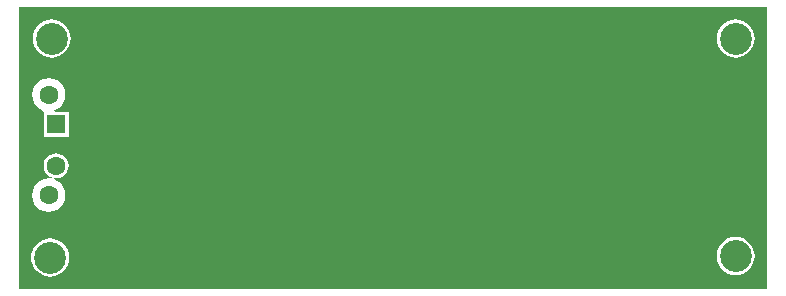
<source format=gbl>
G04*
G04 #@! TF.GenerationSoftware,Altium Limited,Altium Designer,20.0.9 (164)*
G04*
G04 Layer_Physical_Order=2*
G04 Layer_Color=16711680*
%FSLAX25Y25*%
%MOIN*%
G70*
G01*
G75*
%ADD24C,0.10630*%
%ADD25R,0.06299X0.06299*%
%ADD26C,0.06299*%
%ADD27C,0.02362*%
%ADD28C,0.01968*%
%ADD29R,1.87347X0.14000*%
G36*
X250971Y1529D02*
X1529D01*
Y95471D01*
X250971D01*
Y1529D01*
D02*
G37*
%LPC*%
G36*
X240500Y91346D02*
X239262Y91224D01*
X238072Y90863D01*
X236975Y90276D01*
X236013Y89487D01*
X235224Y88525D01*
X234637Y87428D01*
X234276Y86238D01*
X234155Y85000D01*
X234276Y83762D01*
X234637Y82572D01*
X235224Y81475D01*
X236013Y80513D01*
X236975Y79724D01*
X238072Y79137D01*
X239262Y78776D01*
X240500Y78654D01*
X241738Y78776D01*
X242928Y79137D01*
X244025Y79724D01*
X244987Y80513D01*
X245776Y81475D01*
X246362Y82572D01*
X246724Y83762D01*
X246846Y85000D01*
X246724Y86238D01*
X246362Y87428D01*
X245776Y88525D01*
X244987Y89487D01*
X244025Y90276D01*
X242928Y90863D01*
X241738Y91224D01*
X240500Y91346D01*
D02*
G37*
G36*
X12500D02*
X11262Y91224D01*
X10072Y90863D01*
X8975Y90276D01*
X8013Y89487D01*
X7224Y88525D01*
X6638Y87428D01*
X6276Y86238D01*
X6154Y85000D01*
X6276Y83762D01*
X6638Y82572D01*
X7224Y81475D01*
X8013Y80513D01*
X8975Y79724D01*
X10072Y79137D01*
X11262Y78776D01*
X12500Y78654D01*
X13738Y78776D01*
X14928Y79137D01*
X16025Y79724D01*
X16987Y80513D01*
X17776Y81475D01*
X18362Y82572D01*
X18724Y83762D01*
X18846Y85000D01*
X18724Y86238D01*
X18362Y87428D01*
X17776Y88525D01*
X16987Y89487D01*
X16025Y90276D01*
X14928Y90863D01*
X13738Y91224D01*
X12500Y91346D01*
D02*
G37*
G36*
X11520Y71823D02*
X10077Y71633D01*
X8732Y71076D01*
X7577Y70190D01*
X6691Y69036D01*
X6134Y67691D01*
X5944Y66248D01*
X6134Y64805D01*
X6691Y63460D01*
X7577Y62306D01*
X8732Y61420D01*
X9731Y61006D01*
X9850Y60555D01*
X9850Y60415D01*
Y52256D01*
X18150D01*
Y60555D01*
X13527D01*
X13427Y61055D01*
X14307Y61420D01*
X15462Y62306D01*
X16348Y63460D01*
X16905Y64805D01*
X17095Y66248D01*
X16905Y67691D01*
X16348Y69036D01*
X15462Y70190D01*
X14307Y71076D01*
X12963Y71633D01*
X11520Y71823D01*
D02*
G37*
G36*
X14000Y46811D02*
X12917Y46669D01*
X11907Y46251D01*
X11040Y45586D01*
X10375Y44719D01*
X9957Y43709D01*
X9815Y42626D01*
X9957Y41543D01*
X10375Y40533D01*
X11040Y39667D01*
X11907Y39001D01*
X12577Y38724D01*
X12447Y38237D01*
X11520Y38359D01*
X10077Y38169D01*
X8732Y37612D01*
X7577Y36726D01*
X6691Y35571D01*
X6134Y34226D01*
X5944Y32783D01*
X6134Y31341D01*
X6691Y29996D01*
X7577Y28841D01*
X8732Y27955D01*
X10077Y27398D01*
X11520Y27208D01*
X12963Y27398D01*
X14307Y27955D01*
X15462Y28841D01*
X16348Y29996D01*
X16905Y31341D01*
X17095Y32783D01*
X16905Y34226D01*
X16348Y35571D01*
X15462Y36726D01*
X14307Y37612D01*
X13302Y38028D01*
X13433Y38515D01*
X14000Y38441D01*
X15083Y38583D01*
X16093Y39001D01*
X16960Y39667D01*
X17625Y40533D01*
X18043Y41543D01*
X18185Y42626D01*
X18043Y43709D01*
X17625Y44719D01*
X16960Y45586D01*
X16093Y46251D01*
X15083Y46669D01*
X14000Y46811D01*
D02*
G37*
G36*
X240500Y18846D02*
X239262Y18724D01*
X238072Y18362D01*
X236975Y17776D01*
X236013Y16987D01*
X235224Y16025D01*
X234637Y14928D01*
X234276Y13738D01*
X234155Y12500D01*
X234276Y11262D01*
X234637Y10072D01*
X235224Y8975D01*
X236013Y8013D01*
X236975Y7224D01*
X238072Y6638D01*
X239262Y6276D01*
X240500Y6154D01*
X241738Y6276D01*
X242928Y6638D01*
X244025Y7224D01*
X244987Y8013D01*
X245776Y8975D01*
X246362Y10072D01*
X246724Y11262D01*
X246846Y12500D01*
X246724Y13738D01*
X246362Y14928D01*
X245776Y16025D01*
X244987Y16987D01*
X244025Y17776D01*
X242928Y18362D01*
X241738Y18724D01*
X240500Y18846D01*
D02*
G37*
G36*
X12000Y18346D02*
X10762Y18224D01*
X9572Y17863D01*
X8475Y17276D01*
X7513Y16487D01*
X6724Y15525D01*
X6137Y14428D01*
X5776Y13238D01*
X5655Y12000D01*
X5776Y10762D01*
X6137Y9572D01*
X6724Y8475D01*
X7513Y7513D01*
X8475Y6724D01*
X9572Y6137D01*
X10762Y5776D01*
X12000Y5655D01*
X13238Y5776D01*
X14428Y6137D01*
X15525Y6724D01*
X16487Y7513D01*
X17276Y8475D01*
X17863Y9572D01*
X18224Y10762D01*
X18346Y12000D01*
X18224Y13238D01*
X17863Y14428D01*
X17276Y15525D01*
X16487Y16487D01*
X15525Y17276D01*
X14428Y17863D01*
X13238Y18224D01*
X12000Y18346D01*
D02*
G37*
%LPD*%
D24*
X240500Y12500D02*
D03*
X12000Y12000D02*
D03*
X240500Y85000D02*
D03*
X12500D02*
D03*
D25*
X14000Y56406D02*
D03*
D26*
Y42626D02*
D03*
X11520Y66248D02*
D03*
Y32783D02*
D03*
D27*
X223228Y88189D02*
D03*
X220472Y82677D02*
D03*
X223228Y77165D02*
D03*
X220472Y71653D02*
D03*
X223228Y66142D02*
D03*
X220472Y27559D02*
D03*
X223228Y22047D02*
D03*
X220472Y16535D02*
D03*
X223228Y11024D02*
D03*
X220472Y5512D02*
D03*
X217717Y88189D02*
D03*
X214961Y82677D02*
D03*
X217717Y77165D02*
D03*
X214961Y71653D02*
D03*
X217717Y66142D02*
D03*
X214961Y38583D02*
D03*
Y27559D02*
D03*
X217717Y22047D02*
D03*
X214961Y16535D02*
D03*
X217717Y11024D02*
D03*
X214961Y5512D02*
D03*
X212205Y88189D02*
D03*
X209449Y82677D02*
D03*
X212205Y77165D02*
D03*
X209449Y71653D02*
D03*
X212205Y66142D02*
D03*
X209449Y38583D02*
D03*
Y27559D02*
D03*
X212205Y22047D02*
D03*
X209449Y16535D02*
D03*
X212205Y11024D02*
D03*
X209449Y5512D02*
D03*
X206693Y88189D02*
D03*
X203937Y82677D02*
D03*
X206693Y77165D02*
D03*
X203937Y71653D02*
D03*
X206693Y66142D02*
D03*
X203937Y38583D02*
D03*
Y27559D02*
D03*
X206693Y22047D02*
D03*
X203937Y16535D02*
D03*
X206693Y11024D02*
D03*
X203937Y5512D02*
D03*
X201181Y88189D02*
D03*
X198425Y82677D02*
D03*
X201181Y77165D02*
D03*
X198425Y71653D02*
D03*
X201181Y66142D02*
D03*
X198425Y49606D02*
D03*
Y38583D02*
D03*
Y27559D02*
D03*
X201181Y22047D02*
D03*
X198425Y16535D02*
D03*
X201181Y11024D02*
D03*
X198425Y5512D02*
D03*
X195669Y88189D02*
D03*
X192913Y82677D02*
D03*
X195669Y77165D02*
D03*
X192913Y71653D02*
D03*
X195669Y66142D02*
D03*
X192913Y49606D02*
D03*
Y38583D02*
D03*
Y27559D02*
D03*
X195669Y22047D02*
D03*
X192913Y16535D02*
D03*
X195669Y11024D02*
D03*
X192913Y5512D02*
D03*
X190157Y88189D02*
D03*
X187401Y82677D02*
D03*
X190157Y77165D02*
D03*
X187401Y71653D02*
D03*
X190157Y66142D02*
D03*
X187401Y49606D02*
D03*
Y38583D02*
D03*
Y27559D02*
D03*
X190157Y22047D02*
D03*
X187401Y16535D02*
D03*
X190157Y11024D02*
D03*
X187401Y5512D02*
D03*
X184646Y88189D02*
D03*
X181890Y82677D02*
D03*
X184646Y77165D02*
D03*
X181890Y71653D02*
D03*
X184646Y66142D02*
D03*
X181890Y38583D02*
D03*
Y27559D02*
D03*
X184646Y22047D02*
D03*
X181890Y16535D02*
D03*
X184646Y11024D02*
D03*
X181890Y5512D02*
D03*
X179134Y88189D02*
D03*
X176378Y82677D02*
D03*
X179134Y77165D02*
D03*
X176378Y71653D02*
D03*
X179134Y66142D02*
D03*
X176378Y38583D02*
D03*
Y27559D02*
D03*
X179134Y22047D02*
D03*
X176378Y16535D02*
D03*
X179134Y11024D02*
D03*
X176378Y5512D02*
D03*
X173622Y88189D02*
D03*
X170866Y82677D02*
D03*
X173622Y77165D02*
D03*
X170866Y71653D02*
D03*
X173622Y66142D02*
D03*
X170866Y49606D02*
D03*
Y38583D02*
D03*
Y27559D02*
D03*
X173622Y22047D02*
D03*
X170866Y16535D02*
D03*
X173622Y11024D02*
D03*
X170866Y5512D02*
D03*
X168110Y88189D02*
D03*
X165354Y82677D02*
D03*
X168110Y77165D02*
D03*
X165354Y71653D02*
D03*
X168110Y66142D02*
D03*
X165354Y49606D02*
D03*
Y38583D02*
D03*
Y27559D02*
D03*
X168110Y22047D02*
D03*
X165354Y16535D02*
D03*
X168110Y11024D02*
D03*
X165354Y5512D02*
D03*
X162598Y88189D02*
D03*
X159843Y82677D02*
D03*
X162598Y77165D02*
D03*
X159843Y71653D02*
D03*
X162598Y66142D02*
D03*
X159843Y49606D02*
D03*
Y38583D02*
D03*
Y27559D02*
D03*
X162598Y22047D02*
D03*
X159843Y16535D02*
D03*
X162598Y11024D02*
D03*
X159843Y5512D02*
D03*
X157087Y88189D02*
D03*
X154331Y82677D02*
D03*
X157087Y77165D02*
D03*
X154331Y71653D02*
D03*
X157087Y66142D02*
D03*
X154331Y38583D02*
D03*
Y27559D02*
D03*
X157087Y22047D02*
D03*
X154331Y16535D02*
D03*
X157087Y11024D02*
D03*
X154331Y5512D02*
D03*
X151575Y88189D02*
D03*
X148819Y82677D02*
D03*
X151575Y77165D02*
D03*
X148819Y71653D02*
D03*
X151575Y66142D02*
D03*
X148819Y38583D02*
D03*
Y27559D02*
D03*
X151575Y22047D02*
D03*
X148819Y16535D02*
D03*
X151575Y11024D02*
D03*
X148819Y5512D02*
D03*
X146063Y88189D02*
D03*
X143307Y82677D02*
D03*
X146063Y77165D02*
D03*
X143307Y71653D02*
D03*
X146063Y66142D02*
D03*
X143307Y38583D02*
D03*
Y27559D02*
D03*
X146063Y22047D02*
D03*
X143307Y16535D02*
D03*
X146063Y11024D02*
D03*
X143307Y5512D02*
D03*
X140551Y88189D02*
D03*
X137795Y82677D02*
D03*
X140551Y77165D02*
D03*
X137795Y71653D02*
D03*
X140551Y66142D02*
D03*
X137795Y49606D02*
D03*
Y38583D02*
D03*
Y27559D02*
D03*
X140551Y22047D02*
D03*
X137795Y16535D02*
D03*
X140551Y11024D02*
D03*
X137795Y5512D02*
D03*
X135039Y88189D02*
D03*
X132283Y82677D02*
D03*
X135039Y77165D02*
D03*
X132283Y71653D02*
D03*
X135039Y66142D02*
D03*
X132283Y49606D02*
D03*
Y38583D02*
D03*
Y27559D02*
D03*
X135039Y22047D02*
D03*
X132283Y16535D02*
D03*
X135039Y11024D02*
D03*
X132283Y5512D02*
D03*
X129527Y88189D02*
D03*
X126772Y82677D02*
D03*
X129527Y77165D02*
D03*
X126772Y71653D02*
D03*
X129527Y66142D02*
D03*
X126772Y49606D02*
D03*
Y38583D02*
D03*
Y27559D02*
D03*
X129527Y22047D02*
D03*
X126772Y16535D02*
D03*
X129527Y11024D02*
D03*
X126772Y5512D02*
D03*
X124016Y88189D02*
D03*
X121260Y82677D02*
D03*
X124016Y77165D02*
D03*
X121260Y71653D02*
D03*
X124016Y66142D02*
D03*
X121260Y38583D02*
D03*
Y27559D02*
D03*
X124016Y22047D02*
D03*
X121260Y16535D02*
D03*
X124016Y11024D02*
D03*
X121260Y5512D02*
D03*
X118504Y88189D02*
D03*
X115748Y82677D02*
D03*
X118504Y77165D02*
D03*
X115748Y71653D02*
D03*
X118504Y66142D02*
D03*
X115748Y38583D02*
D03*
Y27559D02*
D03*
X118504Y22047D02*
D03*
X115748Y16535D02*
D03*
X118504Y11024D02*
D03*
X115748Y5512D02*
D03*
X112992Y88189D02*
D03*
X110236Y82677D02*
D03*
X112992Y77165D02*
D03*
X110236Y71653D02*
D03*
X112992Y66142D02*
D03*
X110236Y38583D02*
D03*
Y27559D02*
D03*
X112992Y22047D02*
D03*
X110236Y16535D02*
D03*
X112992Y11024D02*
D03*
X110236Y5512D02*
D03*
X107480Y88189D02*
D03*
X104724Y82677D02*
D03*
X107480Y77165D02*
D03*
X104724Y71653D02*
D03*
X107480Y66142D02*
D03*
X104724Y49606D02*
D03*
Y38583D02*
D03*
Y27559D02*
D03*
X107480Y22047D02*
D03*
X104724Y16535D02*
D03*
X107480Y11024D02*
D03*
X104724Y5512D02*
D03*
X101969Y88189D02*
D03*
X99213Y82677D02*
D03*
X101969Y77165D02*
D03*
X99213Y71653D02*
D03*
X101969Y66142D02*
D03*
X99213Y49606D02*
D03*
Y38583D02*
D03*
Y27559D02*
D03*
X101969Y22047D02*
D03*
X99213Y16535D02*
D03*
X101969Y11024D02*
D03*
X99213Y5512D02*
D03*
X96457Y88189D02*
D03*
X93701Y82677D02*
D03*
X96457Y77165D02*
D03*
X93701Y71653D02*
D03*
X96457Y66142D02*
D03*
X93701Y49606D02*
D03*
Y38583D02*
D03*
Y27559D02*
D03*
X96457Y22047D02*
D03*
X93701Y16535D02*
D03*
X96457Y11024D02*
D03*
X93701Y5512D02*
D03*
X90945Y88189D02*
D03*
X88189Y82677D02*
D03*
X90945Y77165D02*
D03*
X88189Y71653D02*
D03*
X90945Y66142D02*
D03*
X88189Y38583D02*
D03*
Y27559D02*
D03*
X90945Y22047D02*
D03*
X88189Y16535D02*
D03*
X90945Y11024D02*
D03*
X88189Y5512D02*
D03*
X85433Y88189D02*
D03*
X82677Y82677D02*
D03*
X85433Y77165D02*
D03*
X82677Y71653D02*
D03*
X85433Y66142D02*
D03*
X82677Y38583D02*
D03*
Y27559D02*
D03*
X85433Y22047D02*
D03*
X82677Y16535D02*
D03*
X85433Y11024D02*
D03*
X82677Y5512D02*
D03*
X79921Y88189D02*
D03*
X77165Y82677D02*
D03*
X79921Y77165D02*
D03*
X77165Y71653D02*
D03*
X79921Y66142D02*
D03*
X77165Y38583D02*
D03*
Y27559D02*
D03*
X79921Y22047D02*
D03*
X77165Y16535D02*
D03*
X79921Y11024D02*
D03*
X77165Y5512D02*
D03*
X74409Y88189D02*
D03*
X71653Y82677D02*
D03*
X74409Y77165D02*
D03*
X71653Y71653D02*
D03*
X74409Y66142D02*
D03*
X71653Y49606D02*
D03*
Y38583D02*
D03*
Y27559D02*
D03*
X74409Y22047D02*
D03*
X71653Y16535D02*
D03*
X74409Y11024D02*
D03*
X71653Y5512D02*
D03*
X68898Y88189D02*
D03*
X66142Y82677D02*
D03*
X68898Y77165D02*
D03*
X66142Y71653D02*
D03*
X68898Y66142D02*
D03*
X66142Y49606D02*
D03*
Y38583D02*
D03*
Y27559D02*
D03*
X68898Y22047D02*
D03*
X66142Y16535D02*
D03*
X68898Y11024D02*
D03*
X66142Y5512D02*
D03*
X63386Y88189D02*
D03*
X60630Y82677D02*
D03*
X63386Y77165D02*
D03*
X60630Y71653D02*
D03*
X63386Y66142D02*
D03*
X60630Y38583D02*
D03*
Y27559D02*
D03*
X63386Y22047D02*
D03*
X60630Y16535D02*
D03*
X63386Y11024D02*
D03*
X60630Y5512D02*
D03*
X57874Y88189D02*
D03*
X55118Y82677D02*
D03*
X57874Y77165D02*
D03*
X55118Y71653D02*
D03*
X57874Y66142D02*
D03*
X55118Y38583D02*
D03*
Y27559D02*
D03*
X57874Y22047D02*
D03*
X55118Y16535D02*
D03*
X57874Y11024D02*
D03*
X55118Y5512D02*
D03*
X52362Y88189D02*
D03*
X49606Y82677D02*
D03*
X52362Y77165D02*
D03*
X49606Y71653D02*
D03*
X52362Y66142D02*
D03*
X49606Y38583D02*
D03*
Y27559D02*
D03*
X52362Y22047D02*
D03*
X49606Y16535D02*
D03*
X52362Y11024D02*
D03*
X49606Y5512D02*
D03*
X46850Y88189D02*
D03*
X44094Y82677D02*
D03*
X46850Y77165D02*
D03*
X44094Y71653D02*
D03*
X46850Y66142D02*
D03*
X44094Y38583D02*
D03*
Y27559D02*
D03*
X46850Y22047D02*
D03*
X44094Y16535D02*
D03*
X46850Y11024D02*
D03*
X44094Y5512D02*
D03*
X41339Y88189D02*
D03*
X38583Y82677D02*
D03*
X41339Y77165D02*
D03*
X38583Y71653D02*
D03*
X41339Y66142D02*
D03*
X38583Y49606D02*
D03*
Y38583D02*
D03*
Y27559D02*
D03*
X41339Y22047D02*
D03*
X38583Y16535D02*
D03*
X41339Y11024D02*
D03*
X38583Y5512D02*
D03*
X35827Y88189D02*
D03*
X33071Y82677D02*
D03*
X35827Y77165D02*
D03*
X33071Y71653D02*
D03*
X35827Y66142D02*
D03*
X33071Y49606D02*
D03*
X35827Y44094D02*
D03*
X33071Y38583D02*
D03*
Y27559D02*
D03*
X35827Y22047D02*
D03*
X33071Y16535D02*
D03*
X35827Y11024D02*
D03*
X33071Y5512D02*
D03*
X30315Y88189D02*
D03*
X27559Y82677D02*
D03*
X30315Y77165D02*
D03*
X27559Y71653D02*
D03*
X30315Y66142D02*
D03*
X27559Y49606D02*
D03*
X30315Y44094D02*
D03*
X27559Y38583D02*
D03*
Y27559D02*
D03*
X30315Y22047D02*
D03*
X27559Y16535D02*
D03*
X30315Y11024D02*
D03*
X27559Y5512D02*
D03*
X24803Y44094D02*
D03*
X48425Y50394D02*
D03*
X214961D02*
D03*
X205906D02*
D03*
X183465D02*
D03*
X174409D02*
D03*
X151969D02*
D03*
X142913D02*
D03*
X57480D02*
D03*
X120472D02*
D03*
X111417D02*
D03*
X79921D02*
D03*
D28*
X88976D02*
D03*
D29*
X134673Y51000D02*
D03*
M02*

</source>
